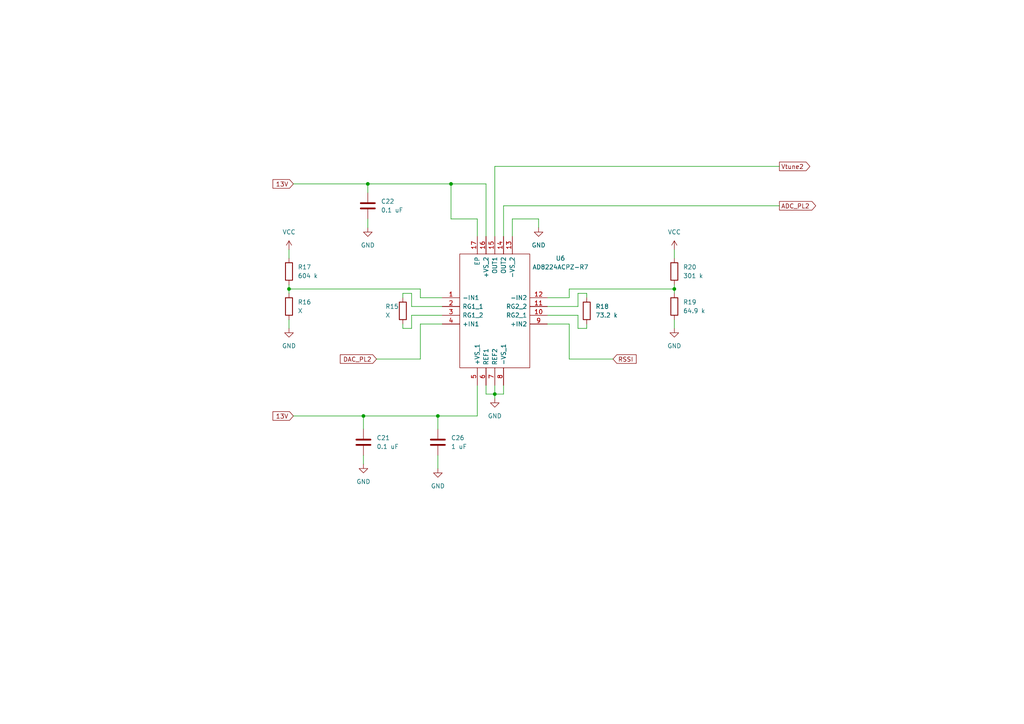
<source format=kicad_sch>
(kicad_sch (version 20211123) (generator eeschema)
  (paper "A4")
  (lib_symbols
    (symbol "Device:C" (pin_numbers hide) (pin_names (offset 0.254))
      (property "Reference" "C" (at 0.635 2.54 0))
      (property "Value" "C" (at 0.635 -2.54 0))
      (symbol "C_0_1"
        (polyline (pts (xy -2.032 -0.762) (xy 2.032 -0.762)) (stroke (width 0.508)))
        (polyline (pts (xy -2.032 0.762) (xy 2.032 0.762)) (stroke (width 0.508)))
      )
      (symbol "C_1_1"
        (pin passive line (at 0 3.81 270) (length 2.794) (name "~") (number "1"))
        (pin passive line (at 0 -3.81 90) (length 2.794) (name "~") (number "2"))
      )
    )
    (symbol "Device:R" (pin_numbers hide) (pin_names (offset 0))
      (property "Reference" "R" (at 2.032 0 90))
      (property "Value" "R" (at 0 0 90))
      (symbol "R_0_1"
        (rectangle (start -1.016 -2.54) (end 1.016 2.54) (stroke (width 0.254)))
      )
      (symbol "R_1_1"
        (pin passive line (at 0 3.81 270) (length 1.27) (name "~") (number "1"))
        (pin passive line (at 0 -3.81 90) (length 1.27) (name "~") (number "2"))
      )
    )
    (symbol "SamacSys_Parts:AD8224ACPZ-R7" (pin_names (offset 0.762))
      (property "Reference" "IC" (at 26.67 17.78 0))
      (property "Value" "AD8224ACPZ-R7" (at 26.67 15.24 0))
      (symbol "AD8224ACPZ-R7_0_0"
        (pin passive line (at 0 0 0) (length 5.08) (name "-IN1") (number "1"))
        (pin passive line (at 30.48 -5.08 180) (length 5.08) (name "RG2_1") (number "10"))
        (pin passive line (at 30.48 -2.54 180) (length 5.08) (name "RG2_2") (number "11"))
        (pin passive line (at 30.48 0 180) (length 5.08) (name "-IN2") (number "12"))
        (pin passive line (at 20.32 17.78 270) (length 5.08) (name "-VS_2") (number "13"))
        (pin passive line (at 17.78 17.78 270) (length 5.08) (name "OUT2") (number "14"))
        (pin passive line (at 15.24 17.78 270) (length 5.08) (name "OUT1") (number "15"))
        (pin passive line (at 12.7 17.78 270) (length 5.08) (name "+VS_2") (number "16"))
        (pin passive line (at 10.16 17.78 270) (length 5.08) (name "EP") (number "17"))
        (pin passive line (at 0 -2.54 0) (length 5.08) (name "RG1_1") (number "2"))
        (pin passive line (at 0 -5.08 0) (length 5.08) (name "RG1_2") (number "3"))
        (pin passive line (at 0 -7.62 0) (length 5.08) (name "+IN1") (number "4"))
        (pin passive line (at 10.16 -25.4 90) (length 5.08) (name "+VS_1") (number "5"))
        (pin passive line (at 12.7 -25.4 90) (length 5.08) (name "REF1") (number "6"))
        (pin passive line (at 15.24 -25.4 90) (length 5.08) (name "REF2") (number "7"))
        (pin passive line (at 17.78 -25.4 90) (length 5.08) (name "-VS_1") (number "8"))
        (pin passive line (at 30.48 -7.62 180) (length 5.08) (name "+IN2") (number "9"))
      )
      (symbol "AD8224ACPZ-R7_0_1"
        (polyline (pts (xy 5.08 12.7) (xy 25.4 12.7) (xy 25.4 -20.32) (xy 5.08 -20.32) (xy 5.08 12.7)) (stroke (width 0.1524)))
      )
    )
    (symbol "power:GND" (power) (pin_names (offset 0))
      (property "Value" "GND" (at 0 -3.81 0))
      (symbol "GND_0_1"
        (polyline (pts (xy 0 0) (xy 0 -1.27) (xy 1.27 -1.27) (xy 0 -2.54) (xy -1.27 -1.27) (xy 0 -1.27)))
      )
      (symbol "GND_1_1"
        (pin power_in line (at 0 0 270) (length 0) hide (name "GND") (number "1"))
      )
    )
    (symbol "power:VCC" (power) (pin_names (offset 0))
      (property "Value" "VCC" (at 0 3.81 0))
      (symbol "VCC_0_1"
        (polyline (pts (xy -0.762 1.27) (xy 0 2.54)))
        (polyline (pts (xy 0 0) (xy 0 2.54)))
        (polyline (pts (xy 0 2.54) (xy 0.762 1.27)))
      )
      (symbol "VCC_1_1"
        (pin power_in line (at 0 0 90) (length 0) hide (name "VCC") (number "1"))
      )
    )
  )
  (junction (at 83.82 83.82))
  (junction (at 127 120.65))
  (junction (at 106.68 53.34))
  (junction (at 130.81 53.34))
  (junction (at 195.58 83.82))
  (junction (at 105.41 120.65))
  (junction (at 143.51 114.3))
  (wire (pts (xy 165.1 93.98) (xy 165.1 104.14)))
  (wire (pts (xy 83.82 83.82) (xy 83.82 85.09)))
  (wire (pts (xy 106.68 63.5) (xy 106.68 66.04)))
  (wire (pts (xy 85.09 120.65) (xy 105.41 120.65)))
  (wire (pts (xy 167.64 95.25) (xy 167.64 91.44)))
  (wire (pts (xy 83.82 82.55) (xy 83.82 83.82)))
  (wire (pts (xy 130.81 53.34) (xy 130.81 63.5)))
  (wire (pts (xy 143.51 114.3) (xy 143.51 115.57)))
  (wire (pts (xy 106.68 53.34) (xy 106.68 55.88)))
  (wire (pts (xy 195.58 83.82) (xy 195.58 85.09)))
  (wire (pts (xy 165.1 104.14) (xy 177.8 104.14)))
  (wire (pts (xy 146.05 111.76) (xy 146.05 114.3)))
  (wire (pts (xy 116.84 85.09) (xy 119.38 85.09)))
  (wire (pts (xy 121.92 83.82) (xy 83.82 83.82)))
  (wire (pts (xy 156.21 63.5) (xy 156.21 66.04)))
  (wire (pts (xy 167.64 91.44) (xy 158.75 91.44)))
  (wire (pts (xy 143.51 68.58) (xy 143.51 48.26)))
  (wire (pts (xy 121.92 93.98) (xy 128.27 93.98)))
  (wire (pts (xy 83.82 72.39) (xy 83.82 74.93)))
  (wire (pts (xy 127 120.65) (xy 127 124.46)))
  (wire (pts (xy 127 132.08) (xy 127 135.89)))
  (wire (pts (xy 116.84 95.25) (xy 119.38 95.25)))
  (wire (pts (xy 138.43 68.58) (xy 138.43 63.5)))
  (wire (pts (xy 105.41 132.08) (xy 105.41 134.62)))
  (wire (pts (xy 167.64 85.09) (xy 167.64 88.9)))
  (wire (pts (xy 148.59 68.58) (xy 148.59 63.5)))
  (wire (pts (xy 170.18 93.98) (xy 170.18 95.25)))
  (wire (pts (xy 158.75 86.36) (xy 165.1 86.36)))
  (wire (pts (xy 148.59 63.5) (xy 156.21 63.5)))
  (wire (pts (xy 143.51 111.76) (xy 143.51 114.3)))
  (wire (pts (xy 119.38 85.09) (xy 119.38 88.9)))
  (wire (pts (xy 119.38 95.25) (xy 119.38 91.44)))
  (wire (pts (xy 195.58 92.71) (xy 195.58 95.25)))
  (wire (pts (xy 195.58 82.55) (xy 195.58 83.82)))
  (wire (pts (xy 121.92 86.36) (xy 121.92 83.82)))
  (wire (pts (xy 143.51 48.26) (xy 226.06 48.26)))
  (wire (pts (xy 106.68 53.34) (xy 130.81 53.34)))
  (wire (pts (xy 165.1 83.82) (xy 195.58 83.82)))
  (wire (pts (xy 109.22 104.14) (xy 121.92 104.14)))
  (wire (pts (xy 138.43 120.65) (xy 138.43 111.76)))
  (wire (pts (xy 170.18 95.25) (xy 167.64 95.25)))
  (wire (pts (xy 170.18 85.09) (xy 167.64 85.09)))
  (wire (pts (xy 121.92 104.14) (xy 121.92 93.98)))
  (wire (pts (xy 105.41 120.65) (xy 127 120.65)))
  (wire (pts (xy 138.43 63.5) (xy 130.81 63.5)))
  (wire (pts (xy 116.84 93.98) (xy 116.84 95.25)))
  (wire (pts (xy 130.81 53.34) (xy 140.97 53.34)))
  (wire (pts (xy 158.75 93.98) (xy 165.1 93.98)))
  (wire (pts (xy 195.58 72.39) (xy 195.58 74.93)))
  (wire (pts (xy 140.97 114.3) (xy 143.51 114.3)))
  (wire (pts (xy 127 120.65) (xy 138.43 120.65)))
  (wire (pts (xy 83.82 92.71) (xy 83.82 95.25)))
  (wire (pts (xy 146.05 114.3) (xy 143.51 114.3)))
  (wire (pts (xy 85.09 53.34) (xy 106.68 53.34)))
  (wire (pts (xy 146.05 59.69) (xy 226.06 59.69)))
  (wire (pts (xy 167.64 88.9) (xy 158.75 88.9)))
  (wire (pts (xy 170.18 86.36) (xy 170.18 85.09)))
  (wire (pts (xy 165.1 86.36) (xy 165.1 83.82)))
  (wire (pts (xy 119.38 91.44) (xy 128.27 91.44)))
  (wire (pts (xy 105.41 120.65) (xy 105.41 124.46)))
  (wire (pts (xy 116.84 86.36) (xy 116.84 85.09)))
  (wire (pts (xy 119.38 88.9) (xy 128.27 88.9)))
  (wire (pts (xy 146.05 68.58) (xy 146.05 59.69)))
  (wire (pts (xy 140.97 53.34) (xy 140.97 68.58)))
  (wire (pts (xy 140.97 111.76) (xy 140.97 114.3)))
  (wire (pts (xy 128.27 86.36) (xy 121.92 86.36)))
  (global_label "RSSI" (shape input) (at 177.8 104.14 0) (property "Intersheet References" "${INTERSHEET_REFS}" (effects hide)))
  (global_label "ADC_PL2" (shape output) (at 226.06 59.69 0) (property "Intersheet References" "${INTERSHEET_REFS}" (effects hide)))
  (global_label "13V" (shape input) (at 85.09 120.65 180) (property "Intersheet References" "${INTERSHEET_REFS}" (effects hide)))
  (global_label "Vtune2" (shape output) (at 226.06 48.26 0) (property "Intersheet References" "${INTERSHEET_REFS}" (effects hide)))
  (global_label "DAC_PL2" (shape input) (at 109.22 104.14 180) (property "Intersheet References" "${INTERSHEET_REFS}" (effects hide)))
  (global_label "13V" (shape input) (at 85.09 53.34 180) (property "Intersheet References" "${INTERSHEET_REFS}" (effects hide)))
  (symbol (lib_id "Device:R") (at 195.58 88.9 0) (unit 1)
    (property "Reference" "R19" (at 198.12 87.6299 0) (effects (justify left)))
    (property "Value" "64.9 k" (at 198.12 90.1699 0) (effects (justify left)))
    (property "Footprint" "Resistor_SMD:R_0603_1608Metric_Pad0.98x0.95mm_HandSolder" (effects hide))
  )
  (symbol (lib_id "power:GND") (at 127 135.89 0) (unit 1)
    (property "Reference" "#PWR0140" (effects hide))
    (property "Value" "GND" (at 127 140.97 0))
  )
  (symbol (lib_id "power:GND") (at 83.82 95.25 0) (unit 1)
    (property "Reference" "#PWR0128" (effects hide))
    (property "Value" "GND" (at 83.82 100.33 0))
  )
  (symbol (lib_id "Device:C") (at 106.68 59.69 0) (unit 1)
    (property "Reference" "C22" (at 110.49 58.4199 0) (effects (justify left)))
    (property "Value" "0.1 uF" (at 110.49 60.9599 0) (effects (justify left)))
    (property "Footprint" "Capacitor_SMD:C_0402_1005Metric_Pad0.74x0.62mm_HandSolder" (effects hide))
  )
  (symbol (lib_id "Device:R") (at 195.58 78.74 0) (unit 1)
    (property "Reference" "R20" (at 198.12 77.4699 0) (effects (justify left)))
    (property "Value" "301 k" (at 198.12 80.0099 0) (effects (justify left)))
    (property "Footprint" "Resistor_SMD:R_0603_1608Metric_Pad0.98x0.95mm_HandSolder" (effects hide))
  )
  (symbol (lib_id "power:GND") (at 106.68 66.04 0) (unit 1)
    (property "Reference" "#PWR0126" (effects hide))
    (property "Value" "GND" (at 106.68 71.12 0))
  )
  (symbol (lib_id "Device:R") (at 83.82 88.9 0) (unit 1)
    (property "Reference" "R16" (at 86.36 87.6299 0) (effects (justify left)))
    (property "Value" "X" (at 86.36 90.1699 0) (effects (justify left)))
    (property "Footprint" "Resistor_SMD:R_0603_1608Metric_Pad0.98x0.95mm_HandSolder" (effects hide))
  )
  (symbol (lib_id "power:VCC") (at 83.82 72.39 0) (unit 1)
    (property "Reference" "#PWR0127" (effects hide))
    (property "Value" "VCC" (at 83.82 67.31 0))
  )
  (symbol (lib_id "power:GND") (at 105.41 134.62 0) (unit 1)
    (property "Reference" "#PWR0129" (effects hide))
    (property "Value" "GND" (at 105.41 139.7 0))
  )
  (symbol (lib_id "power:VCC") (at 195.58 72.39 0) (unit 1)
    (property "Reference" "#PWR0131" (effects hide))
    (property "Value" "VCC" (at 195.58 67.31 0))
  )
  (symbol (lib_id "Device:C") (at 105.41 128.27 0) (unit 1)
    (property "Reference" "C21" (at 109.22 126.9999 0) (effects (justify left)))
    (property "Value" "0.1 uF" (at 109.22 129.5399 0) (effects (justify left)))
    (property "Footprint" "Capacitor_SMD:C_0402_1005Metric_Pad0.74x0.62mm_HandSolder" (effects hide))
  )
  (symbol (lib_id "Device:R") (at 83.82 78.74 0) (unit 1)
    (property "Reference" "R17" (at 86.36 77.4699 0) (effects (justify left)))
    (property "Value" "604 k" (at 86.36 80.0099 0) (effects (justify left)))
    (property "Footprint" "Resistor_SMD:R_0603_1608Metric_Pad0.98x0.95mm_HandSolder" (effects hide))
  )
  (symbol (lib_id "power:GND") (at 156.21 66.04 0) (unit 1)
    (property "Reference" "#PWR0124" (effects hide))
    (property "Value" "GND" (at 156.21 71.12 0))
  )
  (symbol (lib_id "Device:R") (at 170.18 90.17 0) (unit 1)
    (property "Reference" "R18" (at 172.72 88.8999 0) (effects (justify left)))
    (property "Value" "73.2 k" (at 172.72 91.4399 0) (effects (justify left)))
    (property "Footprint" "Resistor_SMD:R_0603_1608Metric_Pad0.98x0.95mm_HandSolder" (effects hide))
  )
  (symbol (lib_id "power:GND") (at 195.58 95.25 0) (unit 1)
    (property "Reference" "#PWR0130" (effects hide))
    (property "Value" "GND" (at 195.58 100.33 0))
  )
  (symbol (lib_id "Device:C") (at 127 128.27 0) (unit 1)
    (property "Reference" "C26" (at 130.81 126.9999 0) (effects (justify left)))
    (property "Value" "1 uF" (at 130.81 129.5399 0) (effects (justify left)))
    (property "Footprint" "Capacitor_SMD:C_0603_1608Metric_Pad1.08x0.95mm_HandSolder" (effects hide))
  )
  (symbol (lib_id "SamacSys_Parts:AD8224ACPZ-R7") (at 128.27 86.36 0) (unit 1)
    (property "Reference" "U6" (at 162.56 74.93 0))
    (property "Value" "AD8224ACPZ-R7" (at 162.56 77.47 0))
    (property "Footprint" "SamacSys_Parts:QFN65P400X400X90-17N" (effects hide))
    (property "Datasheet" "https://componentsearchengine.com/Datasheets/2/AD8224ACPZ-R7.pdf" (effects hide))
    (property "Description" "Instrumentation Amplifiers Dual Channel FET Instrumentation Amp" (effects hide))
    (property "Height" "1" (effects hide))
    (property "Mouser Part Number" "584-AD8224ACPZ-R7" (effects hide))
    (property "Mouser Price/Stock" "https://www.mouser.co.uk/ProductDetail/Analog-Devices/AD8224ACPZ-R7?qs=%2FtpEQrCGXCzsgAwKOTOaqA%3D%3D" (effects hide))
    (property "Manufacturer_Name" "Analog Devices" (effects hide))
    (property "Manufacturer_Part_Number" "AD8224ACPZ-R7" (effects hide))
  )
  (symbol (lib_id "power:GND") (at 143.51 115.57 0) (unit 1)
    (property "Reference" "#PWR0125" (effects hide))
    (property "Value" "GND" (at 143.51 120.65 0))
  )
  (symbol (lib_id "Device:R") (at 116.84 90.17 0) (unit 1)
    (property "Reference" "R15" (at 111.76 88.9 0) (effects (justify left)))
    (property "Value" "X" (at 111.76 91.44 0) (effects (justify left)))
    (property "Footprint" "Resistor_SMD:R_0603_1608Metric_Pad0.98x0.95mm_HandSolder" (effects hide))
  )
)
</source>
